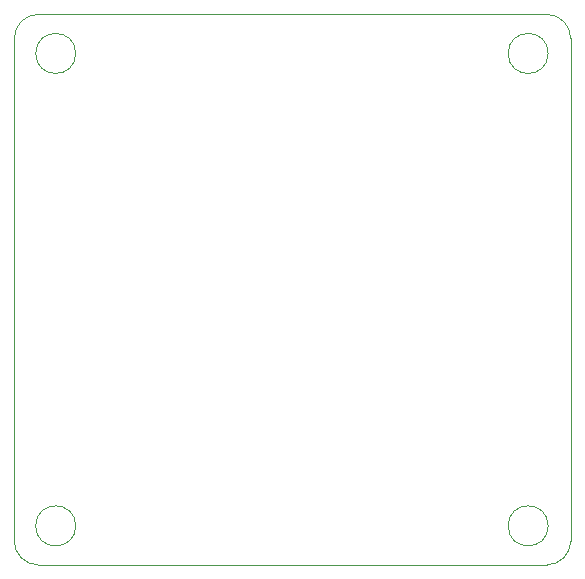
<source format=gm1>
G04 #@! TF.GenerationSoftware,KiCad,Pcbnew,7.0.11-rc3*
G04 #@! TF.CreationDate,2024-12-20T13:56:10-07:00*
G04 #@! TF.ProjectId,UselessBox V2,5573656c-6573-4734-926f-782056322e6b,2*
G04 #@! TF.SameCoordinates,Original*
G04 #@! TF.FileFunction,Profile,NP*
%FSLAX46Y46*%
G04 Gerber Fmt 4.6, Leading zero omitted, Abs format (unit mm)*
G04 Created by KiCad (PCBNEW 7.0.11-rc3) date 2024-12-20 13:56:10*
%MOMM*%
%LPD*%
G01*
G04 APERTURE LIST*
G04 #@! TA.AperFunction,Profile*
%ADD10C,0.050000*%
G04 #@! TD*
G04 APERTURE END LIST*
D10*
X126365000Y-77851000D02*
X169418000Y-77851000D01*
X169418000Y-124463964D02*
X126365000Y-124460000D01*
X171450000Y-79883000D02*
X171450000Y-122431964D01*
X124333000Y-79883000D02*
X124333000Y-122428000D01*
X169540000Y-121158000D02*
G75*
G03*
X166147180Y-121158000I-1696410J0D01*
G01*
X166147180Y-121158000D02*
G75*
G03*
X169540000Y-121158000I1696410J0D01*
G01*
X129540000Y-121158000D02*
G75*
G03*
X126147180Y-121158000I-1696410J0D01*
G01*
X126147180Y-121158000D02*
G75*
G03*
X129540000Y-121158000I1696410J0D01*
G01*
X129540000Y-81158000D02*
G75*
G03*
X126147180Y-81158000I-1696410J0D01*
G01*
X126147180Y-81158000D02*
G75*
G03*
X129540000Y-81158000I1696410J0D01*
G01*
X169540000Y-81158000D02*
G75*
G03*
X166147180Y-81158000I-1696410J0D01*
G01*
X166147180Y-81158000D02*
G75*
G03*
X169540000Y-81158000I1696410J0D01*
G01*
X169418000Y-124463964D02*
G75*
G03*
X171450000Y-122431964I0J2032000D01*
G01*
X171450000Y-79883000D02*
G75*
G03*
X169418000Y-77851000I-2032000J0D01*
G01*
X126365000Y-77851000D02*
G75*
G03*
X124333000Y-79883000I0J-2032000D01*
G01*
X124333000Y-122428000D02*
G75*
G03*
X126365000Y-124460000I2032000J0D01*
G01*
M02*

</source>
